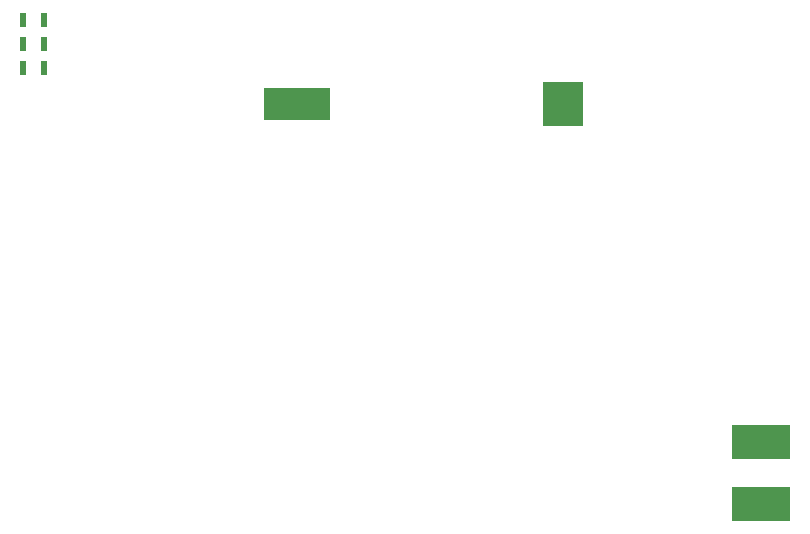
<source format=gbp>
G04*
G04 #@! TF.GenerationSoftware,Altium Limited,Altium Designer,24.4.1 (13)*
G04*
G04 Layer_Color=128*
%FSLAX44Y44*%
%MOMM*%
G71*
G04*
G04 #@! TF.SameCoordinates,FF2F9DB4-C514-40A0-8A38-6625478132A2*
G04*
G04*
G04 #@! TF.FilePolarity,Positive*
G04*
G01*
G75*
%ADD74R,5.7000X2.8000*%
%ADD75R,3.5000X3.8000*%
%ADD76R,0.6000X1.2500*%
%ADD77R,5.0000X3.0000*%
D74*
X571250Y732776D02*
D03*
D75*
X796250D02*
D03*
D76*
X338750Y804526D02*
D03*
X356750D02*
D03*
X339000Y783776D02*
D03*
X357000D02*
D03*
X338750Y763776D02*
D03*
X356750D02*
D03*
D77*
X964020Y446946D02*
D03*
Y394876D02*
D03*
M02*

</source>
